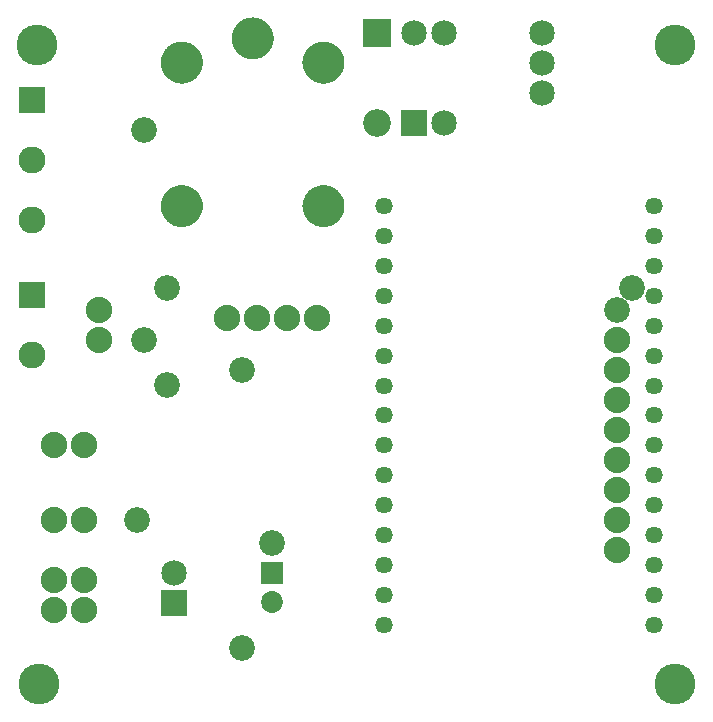
<source format=gts>
G04 MADE WITH FRITZING*
G04 WWW.FRITZING.ORG*
G04 DOUBLE SIDED*
G04 HOLES PLATED*
G04 CONTOUR ON CENTER OF CONTOUR VECTOR*
%ASAXBY*%
%FSLAX23Y23*%
%MOIN*%
%OFA0B0*%
%SFA1.0B1.0*%
%ADD10C,0.057829*%
%ADD11C,0.090000*%
%ADD12C,0.088000*%
%ADD13C,0.092000*%
%ADD14C,0.085000*%
%ADD15C,0.072992*%
%ADD16C,0.085433*%
%ADD17C,0.135984*%
%ADD18R,0.089986X0.090000*%
%ADD19R,0.092000X0.092000*%
%ADD20R,0.090000X0.090000*%
%ADD21R,0.085000X0.085000*%
%ADD22R,0.072992X0.072992*%
%ADD23R,0.001000X0.001000*%
%LNMASK1*%
G90*
G70*
G54D10*
X2178Y1498D03*
X1281Y1698D03*
X1281Y1598D03*
X1281Y1498D03*
X1281Y1398D03*
X1281Y1298D03*
X2178Y1598D03*
X2178Y1698D03*
X2178Y1398D03*
X1281Y1198D03*
X1281Y1098D03*
X1281Y999D03*
X1281Y899D03*
X1281Y799D03*
X1281Y699D03*
X1281Y599D03*
X1281Y499D03*
X1281Y400D03*
X1281Y300D03*
X2178Y999D03*
X2178Y899D03*
X2178Y799D03*
X2178Y699D03*
X2178Y599D03*
X2178Y499D03*
X2178Y400D03*
X2178Y300D03*
X2178Y1298D03*
X2178Y1198D03*
X2178Y1098D03*
G54D11*
X106Y1399D03*
X106Y1199D03*
G54D12*
X331Y1249D03*
X331Y1349D03*
G54D13*
X1256Y2272D03*
X1256Y1974D03*
G54D11*
X106Y1849D03*
X106Y1649D03*
X106Y2049D03*
G54D14*
X1381Y1974D03*
X1381Y2274D03*
X1481Y1974D03*
X1481Y2274D03*
G54D12*
X1056Y1324D03*
X956Y1324D03*
X856Y1324D03*
X756Y1324D03*
G54D14*
X581Y374D03*
X581Y474D03*
G54D12*
X181Y349D03*
X281Y349D03*
X181Y349D03*
X281Y349D03*
X281Y449D03*
X181Y449D03*
X281Y899D03*
X281Y899D03*
X181Y899D03*
X281Y649D03*
X181Y649D03*
X2056Y1249D03*
X2056Y1149D03*
X2056Y1049D03*
X2056Y949D03*
X2056Y849D03*
X2056Y749D03*
X2056Y649D03*
X2056Y549D03*
G54D15*
X906Y474D03*
X906Y376D03*
G54D16*
X806Y224D03*
X806Y1149D03*
X456Y649D03*
X2106Y1424D03*
X906Y574D03*
X2056Y1349D03*
X556Y1099D03*
X481Y1249D03*
X481Y1949D03*
X556Y1424D03*
G54D14*
X1806Y2274D03*
X1806Y2174D03*
X1806Y2074D03*
G54D17*
X2249Y104D03*
X128Y102D03*
X124Y2233D03*
X2251Y2234D03*
G54D18*
X106Y1399D03*
G54D19*
X1256Y2273D03*
G54D20*
X106Y2049D03*
G54D21*
X1381Y1974D03*
X581Y374D03*
G54D22*
X906Y474D03*
G54D23*
X839Y2325D02*
X844Y2325D01*
X830Y2324D02*
X853Y2324D01*
X825Y2323D02*
X858Y2323D01*
X821Y2322D02*
X862Y2322D01*
X819Y2321D02*
X865Y2321D01*
X816Y2320D02*
X867Y2320D01*
X813Y2319D02*
X870Y2319D01*
X811Y2318D02*
X872Y2318D01*
X809Y2317D02*
X874Y2317D01*
X808Y2316D02*
X875Y2316D01*
X806Y2315D02*
X877Y2315D01*
X804Y2314D02*
X879Y2314D01*
X803Y2313D02*
X880Y2313D01*
X801Y2312D02*
X882Y2312D01*
X800Y2311D02*
X883Y2311D01*
X799Y2310D02*
X884Y2310D01*
X797Y2309D02*
X886Y2309D01*
X796Y2308D02*
X887Y2308D01*
X795Y2307D02*
X888Y2307D01*
X794Y2306D02*
X889Y2306D01*
X793Y2305D02*
X890Y2305D01*
X792Y2304D02*
X891Y2304D01*
X791Y2303D02*
X892Y2303D01*
X790Y2302D02*
X893Y2302D01*
X789Y2301D02*
X894Y2301D01*
X788Y2300D02*
X895Y2300D01*
X788Y2299D02*
X895Y2299D01*
X787Y2298D02*
X896Y2298D01*
X786Y2297D02*
X897Y2297D01*
X785Y2296D02*
X898Y2296D01*
X785Y2295D02*
X898Y2295D01*
X784Y2294D02*
X899Y2294D01*
X783Y2293D02*
X900Y2293D01*
X783Y2292D02*
X900Y2292D01*
X782Y2291D02*
X901Y2291D01*
X781Y2290D02*
X902Y2290D01*
X781Y2289D02*
X902Y2289D01*
X780Y2288D02*
X903Y2288D01*
X780Y2287D02*
X903Y2287D01*
X779Y2286D02*
X904Y2286D01*
X779Y2285D02*
X904Y2285D01*
X778Y2284D02*
X905Y2284D01*
X778Y2283D02*
X905Y2283D01*
X777Y2282D02*
X906Y2282D01*
X777Y2281D02*
X906Y2281D01*
X777Y2280D02*
X906Y2280D01*
X776Y2279D02*
X907Y2279D01*
X776Y2278D02*
X907Y2278D01*
X776Y2277D02*
X907Y2277D01*
X775Y2276D02*
X908Y2276D01*
X775Y2275D02*
X908Y2275D01*
X775Y2274D02*
X908Y2274D01*
X775Y2273D02*
X908Y2273D01*
X774Y2272D02*
X909Y2272D01*
X774Y2271D02*
X909Y2271D01*
X774Y2270D02*
X909Y2270D01*
X774Y2269D02*
X909Y2269D01*
X773Y2268D02*
X910Y2268D01*
X773Y2267D02*
X910Y2267D01*
X773Y2266D02*
X910Y2266D01*
X773Y2265D02*
X910Y2265D01*
X773Y2264D02*
X910Y2264D01*
X773Y2263D02*
X910Y2263D01*
X772Y2262D02*
X911Y2262D01*
X772Y2261D02*
X911Y2261D01*
X772Y2260D02*
X911Y2260D01*
X772Y2259D02*
X911Y2259D01*
X772Y2258D02*
X911Y2258D01*
X772Y2257D02*
X911Y2257D01*
X772Y2256D02*
X911Y2256D01*
X772Y2255D02*
X911Y2255D01*
X772Y2254D02*
X911Y2254D01*
X772Y2253D02*
X911Y2253D01*
X772Y2252D02*
X911Y2252D01*
X772Y2251D02*
X911Y2251D01*
X772Y2250D02*
X911Y2250D01*
X772Y2249D02*
X911Y2249D01*
X773Y2248D02*
X911Y2248D01*
X773Y2247D02*
X910Y2247D01*
X773Y2246D02*
X910Y2246D01*
X773Y2245D02*
X910Y2245D01*
X599Y2244D02*
X612Y2244D01*
X773Y2244D02*
X910Y2244D01*
X1071Y2244D02*
X1084Y2244D01*
X592Y2243D02*
X618Y2243D01*
X773Y2243D02*
X910Y2243D01*
X1065Y2243D02*
X1091Y2243D01*
X588Y2242D02*
X623Y2242D01*
X773Y2242D02*
X910Y2242D01*
X1060Y2242D02*
X1095Y2242D01*
X584Y2241D02*
X626Y2241D01*
X774Y2241D02*
X909Y2241D01*
X1057Y2241D02*
X1099Y2241D01*
X582Y2240D02*
X629Y2240D01*
X774Y2240D02*
X909Y2240D01*
X1054Y2240D02*
X1102Y2240D01*
X579Y2239D02*
X632Y2239D01*
X774Y2239D02*
X909Y2239D01*
X1051Y2239D02*
X1104Y2239D01*
X577Y2238D02*
X634Y2238D01*
X774Y2238D02*
X909Y2238D01*
X1049Y2238D02*
X1106Y2238D01*
X575Y2237D02*
X636Y2237D01*
X775Y2237D02*
X908Y2237D01*
X1047Y2237D02*
X1108Y2237D01*
X573Y2236D02*
X638Y2236D01*
X775Y2236D02*
X908Y2236D01*
X1045Y2236D02*
X1110Y2236D01*
X571Y2235D02*
X640Y2235D01*
X775Y2235D02*
X908Y2235D01*
X1043Y2235D02*
X1112Y2235D01*
X569Y2234D02*
X641Y2234D01*
X775Y2234D02*
X908Y2234D01*
X1042Y2234D02*
X1114Y2234D01*
X568Y2233D02*
X643Y2233D01*
X776Y2233D02*
X907Y2233D01*
X1040Y2233D02*
X1115Y2233D01*
X566Y2232D02*
X644Y2232D01*
X776Y2232D02*
X907Y2232D01*
X1039Y2232D02*
X1117Y2232D01*
X565Y2231D02*
X646Y2231D01*
X777Y2231D02*
X907Y2231D01*
X1037Y2231D02*
X1118Y2231D01*
X563Y2230D02*
X647Y2230D01*
X777Y2230D02*
X906Y2230D01*
X1036Y2230D02*
X1120Y2230D01*
X562Y2229D02*
X649Y2229D01*
X777Y2229D02*
X906Y2229D01*
X1035Y2229D02*
X1121Y2229D01*
X561Y2228D02*
X650Y2228D01*
X778Y2228D02*
X905Y2228D01*
X1033Y2228D02*
X1122Y2228D01*
X560Y2227D02*
X651Y2227D01*
X778Y2227D02*
X905Y2227D01*
X1032Y2227D02*
X1123Y2227D01*
X559Y2226D02*
X652Y2226D01*
X779Y2226D02*
X904Y2226D01*
X1031Y2226D02*
X1124Y2226D01*
X558Y2225D02*
X653Y2225D01*
X779Y2225D02*
X904Y2225D01*
X1030Y2225D02*
X1126Y2225D01*
X556Y2224D02*
X654Y2224D01*
X780Y2224D02*
X903Y2224D01*
X1029Y2224D02*
X1127Y2224D01*
X555Y2223D02*
X655Y2223D01*
X780Y2223D02*
X903Y2223D01*
X1028Y2223D02*
X1128Y2223D01*
X555Y2222D02*
X656Y2222D01*
X781Y2222D02*
X902Y2222D01*
X1027Y2222D02*
X1128Y2222D01*
X554Y2221D02*
X657Y2221D01*
X781Y2221D02*
X902Y2221D01*
X1026Y2221D02*
X1129Y2221D01*
X553Y2220D02*
X658Y2220D01*
X782Y2220D02*
X901Y2220D01*
X1025Y2220D02*
X1130Y2220D01*
X552Y2219D02*
X659Y2219D01*
X782Y2219D02*
X901Y2219D01*
X1024Y2219D02*
X1131Y2219D01*
X551Y2218D02*
X659Y2218D01*
X783Y2218D02*
X900Y2218D01*
X1024Y2218D02*
X1132Y2218D01*
X550Y2217D02*
X660Y2217D01*
X784Y2217D02*
X899Y2217D01*
X1023Y2217D02*
X1133Y2217D01*
X550Y2216D02*
X661Y2216D01*
X784Y2216D02*
X899Y2216D01*
X1022Y2216D02*
X1133Y2216D01*
X549Y2215D02*
X662Y2215D01*
X785Y2215D02*
X898Y2215D01*
X1021Y2215D02*
X1134Y2215D01*
X548Y2214D02*
X662Y2214D01*
X786Y2214D02*
X897Y2214D01*
X1021Y2214D02*
X1135Y2214D01*
X548Y2213D02*
X663Y2213D01*
X786Y2213D02*
X897Y2213D01*
X1020Y2213D02*
X1135Y2213D01*
X547Y2212D02*
X664Y2212D01*
X787Y2212D02*
X896Y2212D01*
X1019Y2212D02*
X1136Y2212D01*
X546Y2211D02*
X664Y2211D01*
X788Y2211D02*
X895Y2211D01*
X1019Y2211D02*
X1137Y2211D01*
X546Y2210D02*
X665Y2210D01*
X789Y2210D02*
X894Y2210D01*
X1018Y2210D02*
X1137Y2210D01*
X545Y2209D02*
X666Y2209D01*
X790Y2209D02*
X893Y2209D01*
X1017Y2209D02*
X1138Y2209D01*
X545Y2208D02*
X666Y2208D01*
X791Y2208D02*
X892Y2208D01*
X1017Y2208D02*
X1139Y2208D01*
X544Y2207D02*
X667Y2207D01*
X791Y2207D02*
X892Y2207D01*
X1016Y2207D02*
X1139Y2207D01*
X543Y2206D02*
X667Y2206D01*
X792Y2206D02*
X891Y2206D01*
X1016Y2206D02*
X1140Y2206D01*
X543Y2205D02*
X668Y2205D01*
X793Y2205D02*
X890Y2205D01*
X1015Y2205D02*
X1140Y2205D01*
X542Y2204D02*
X668Y2204D01*
X795Y2204D02*
X889Y2204D01*
X1015Y2204D02*
X1141Y2204D01*
X542Y2203D02*
X669Y2203D01*
X796Y2203D02*
X887Y2203D01*
X1014Y2203D02*
X1141Y2203D01*
X542Y2202D02*
X669Y2202D01*
X797Y2202D02*
X886Y2202D01*
X1014Y2202D02*
X1142Y2202D01*
X541Y2201D02*
X670Y2201D01*
X798Y2201D02*
X885Y2201D01*
X1013Y2201D02*
X1142Y2201D01*
X541Y2200D02*
X670Y2200D01*
X799Y2200D02*
X884Y2200D01*
X1013Y2200D02*
X1142Y2200D01*
X540Y2199D02*
X670Y2199D01*
X801Y2199D02*
X882Y2199D01*
X1013Y2199D02*
X1143Y2199D01*
X540Y2198D02*
X671Y2198D01*
X802Y2198D02*
X881Y2198D01*
X1012Y2198D02*
X1143Y2198D01*
X540Y2197D02*
X671Y2197D01*
X804Y2197D02*
X880Y2197D01*
X1012Y2197D02*
X1143Y2197D01*
X539Y2196D02*
X671Y2196D01*
X805Y2196D02*
X878Y2196D01*
X1012Y2196D02*
X1144Y2196D01*
X539Y2195D02*
X672Y2195D01*
X807Y2195D02*
X876Y2195D01*
X1011Y2195D02*
X1144Y2195D01*
X539Y2194D02*
X672Y2194D01*
X808Y2194D02*
X875Y2194D01*
X1011Y2194D02*
X1144Y2194D01*
X539Y2193D02*
X672Y2193D01*
X810Y2193D02*
X873Y2193D01*
X1011Y2193D02*
X1144Y2193D01*
X538Y2192D02*
X672Y2192D01*
X812Y2192D02*
X871Y2192D01*
X1011Y2192D02*
X1145Y2192D01*
X538Y2191D02*
X673Y2191D01*
X814Y2191D02*
X869Y2191D01*
X1010Y2191D02*
X1145Y2191D01*
X538Y2190D02*
X673Y2190D01*
X817Y2190D02*
X866Y2190D01*
X1010Y2190D02*
X1145Y2190D01*
X538Y2189D02*
X673Y2189D01*
X820Y2189D02*
X863Y2189D01*
X1010Y2189D02*
X1145Y2189D01*
X537Y2188D02*
X673Y2188D01*
X823Y2188D02*
X860Y2188D01*
X1010Y2188D02*
X1146Y2188D01*
X537Y2187D02*
X673Y2187D01*
X827Y2187D02*
X856Y2187D01*
X1010Y2187D02*
X1146Y2187D01*
X537Y2186D02*
X674Y2186D01*
X833Y2186D02*
X850Y2186D01*
X1009Y2186D02*
X1146Y2186D01*
X537Y2185D02*
X674Y2185D01*
X1009Y2185D02*
X1146Y2185D01*
X537Y2184D02*
X674Y2184D01*
X1009Y2184D02*
X1146Y2184D01*
X537Y2183D02*
X674Y2183D01*
X1009Y2183D02*
X1146Y2183D01*
X536Y2182D02*
X674Y2182D01*
X1009Y2182D02*
X1147Y2182D01*
X536Y2181D02*
X674Y2181D01*
X1009Y2181D02*
X1147Y2181D01*
X536Y2180D02*
X674Y2180D01*
X1009Y2180D02*
X1147Y2180D01*
X536Y2179D02*
X675Y2179D01*
X1009Y2179D02*
X1147Y2179D01*
X536Y2178D02*
X675Y2178D01*
X1008Y2178D02*
X1147Y2178D01*
X536Y2177D02*
X675Y2177D01*
X1008Y2177D02*
X1147Y2177D01*
X536Y2176D02*
X675Y2176D01*
X1008Y2176D02*
X1147Y2176D01*
X536Y2175D02*
X675Y2175D01*
X1008Y2175D02*
X1147Y2175D01*
X536Y2174D02*
X675Y2174D01*
X1008Y2174D02*
X1147Y2174D01*
X536Y2173D02*
X675Y2173D01*
X1008Y2173D02*
X1147Y2173D01*
X536Y2172D02*
X675Y2172D01*
X1008Y2172D02*
X1147Y2172D01*
X536Y2171D02*
X675Y2171D01*
X1008Y2171D02*
X1147Y2171D01*
X536Y2170D02*
X675Y2170D01*
X1009Y2170D02*
X1147Y2170D01*
X536Y2169D02*
X674Y2169D01*
X1009Y2169D02*
X1147Y2169D01*
X536Y2168D02*
X674Y2168D01*
X1009Y2168D02*
X1147Y2168D01*
X536Y2167D02*
X674Y2167D01*
X1009Y2167D02*
X1147Y2167D01*
X537Y2166D02*
X674Y2166D01*
X1009Y2166D02*
X1146Y2166D01*
X537Y2165D02*
X674Y2165D01*
X1009Y2165D02*
X1146Y2165D01*
X537Y2164D02*
X674Y2164D01*
X1009Y2164D02*
X1146Y2164D01*
X537Y2163D02*
X674Y2163D01*
X1009Y2163D02*
X1146Y2163D01*
X537Y2162D02*
X673Y2162D01*
X1010Y2162D02*
X1146Y2162D01*
X537Y2161D02*
X673Y2161D01*
X1010Y2161D02*
X1146Y2161D01*
X538Y2160D02*
X673Y2160D01*
X1010Y2160D02*
X1145Y2160D01*
X538Y2159D02*
X673Y2159D01*
X1010Y2159D02*
X1145Y2159D01*
X538Y2158D02*
X673Y2158D01*
X1010Y2158D02*
X1145Y2158D01*
X538Y2157D02*
X672Y2157D01*
X1011Y2157D02*
X1145Y2157D01*
X539Y2156D02*
X672Y2156D01*
X1011Y2156D02*
X1144Y2156D01*
X539Y2155D02*
X672Y2155D01*
X1011Y2155D02*
X1144Y2155D01*
X539Y2154D02*
X672Y2154D01*
X1011Y2154D02*
X1144Y2154D01*
X539Y2153D02*
X671Y2153D01*
X1012Y2153D02*
X1144Y2153D01*
X540Y2152D02*
X671Y2152D01*
X1012Y2152D02*
X1143Y2152D01*
X540Y2151D02*
X671Y2151D01*
X1012Y2151D02*
X1143Y2151D01*
X540Y2150D02*
X670Y2150D01*
X1013Y2150D02*
X1143Y2150D01*
X541Y2149D02*
X670Y2149D01*
X1013Y2149D02*
X1142Y2149D01*
X541Y2148D02*
X670Y2148D01*
X1014Y2148D02*
X1142Y2148D01*
X542Y2147D02*
X669Y2147D01*
X1014Y2147D02*
X1142Y2147D01*
X542Y2146D02*
X669Y2146D01*
X1014Y2146D02*
X1141Y2146D01*
X543Y2145D02*
X668Y2145D01*
X1015Y2145D02*
X1141Y2145D01*
X543Y2144D02*
X668Y2144D01*
X1015Y2144D02*
X1140Y2144D01*
X543Y2143D02*
X667Y2143D01*
X1016Y2143D02*
X1140Y2143D01*
X544Y2142D02*
X667Y2142D01*
X1016Y2142D02*
X1139Y2142D01*
X545Y2141D02*
X666Y2141D01*
X1017Y2141D02*
X1138Y2141D01*
X545Y2140D02*
X666Y2140D01*
X1018Y2140D02*
X1138Y2140D01*
X546Y2139D02*
X665Y2139D01*
X1018Y2139D02*
X1137Y2139D01*
X546Y2138D02*
X664Y2138D01*
X1019Y2138D02*
X1137Y2138D01*
X547Y2137D02*
X664Y2137D01*
X1019Y2137D02*
X1136Y2137D01*
X548Y2136D02*
X663Y2136D01*
X1020Y2136D02*
X1135Y2136D01*
X548Y2135D02*
X662Y2135D01*
X1021Y2135D02*
X1135Y2135D01*
X549Y2134D02*
X662Y2134D01*
X1021Y2134D02*
X1134Y2134D01*
X550Y2133D02*
X661Y2133D01*
X1022Y2133D02*
X1133Y2133D01*
X550Y2132D02*
X660Y2132D01*
X1023Y2132D02*
X1133Y2132D01*
X551Y2131D02*
X659Y2131D01*
X1024Y2131D02*
X1132Y2131D01*
X552Y2130D02*
X659Y2130D01*
X1024Y2130D02*
X1131Y2130D01*
X553Y2129D02*
X658Y2129D01*
X1025Y2129D02*
X1130Y2129D01*
X554Y2128D02*
X657Y2128D01*
X1026Y2128D02*
X1129Y2128D01*
X555Y2127D02*
X656Y2127D01*
X1027Y2127D02*
X1128Y2127D01*
X556Y2126D02*
X655Y2126D01*
X1028Y2126D02*
X1128Y2126D01*
X556Y2125D02*
X654Y2125D01*
X1029Y2125D02*
X1127Y2125D01*
X558Y2124D02*
X653Y2124D01*
X1030Y2124D02*
X1125Y2124D01*
X559Y2123D02*
X652Y2123D01*
X1031Y2123D02*
X1124Y2123D01*
X560Y2122D02*
X651Y2122D01*
X1032Y2122D02*
X1123Y2122D01*
X561Y2121D02*
X650Y2121D01*
X1033Y2121D02*
X1122Y2121D01*
X562Y2120D02*
X648Y2120D01*
X1035Y2120D02*
X1121Y2120D01*
X564Y2119D02*
X647Y2119D01*
X1036Y2119D02*
X1119Y2119D01*
X565Y2118D02*
X646Y2118D01*
X1037Y2118D02*
X1118Y2118D01*
X566Y2117D02*
X644Y2117D01*
X1039Y2117D02*
X1117Y2117D01*
X568Y2116D02*
X643Y2116D01*
X1040Y2116D02*
X1115Y2116D01*
X569Y2115D02*
X641Y2115D01*
X1042Y2115D02*
X1114Y2115D01*
X571Y2114D02*
X640Y2114D01*
X1043Y2114D02*
X1112Y2114D01*
X573Y2113D02*
X638Y2113D01*
X1045Y2113D02*
X1110Y2113D01*
X575Y2112D02*
X636Y2112D01*
X1047Y2112D02*
X1108Y2112D01*
X577Y2111D02*
X634Y2111D01*
X1049Y2111D02*
X1106Y2111D01*
X579Y2110D02*
X632Y2110D01*
X1051Y2110D02*
X1104Y2110D01*
X582Y2109D02*
X629Y2109D01*
X1054Y2109D02*
X1101Y2109D01*
X584Y2108D02*
X626Y2108D01*
X1057Y2108D02*
X1099Y2108D01*
X588Y2107D02*
X622Y2107D01*
X1061Y2107D02*
X1095Y2107D01*
X593Y2106D02*
X618Y2106D01*
X1065Y2106D02*
X1091Y2106D01*
X599Y2105D02*
X612Y2105D01*
X1071Y2105D02*
X1084Y2105D01*
X603Y1766D02*
X608Y1766D01*
X1075Y1766D02*
X1080Y1766D01*
X594Y1765D02*
X617Y1765D01*
X1067Y1765D02*
X1089Y1765D01*
X589Y1764D02*
X621Y1764D01*
X1062Y1764D02*
X1094Y1764D01*
X585Y1763D02*
X625Y1763D01*
X1058Y1763D02*
X1098Y1763D01*
X582Y1762D02*
X628Y1762D01*
X1055Y1762D02*
X1101Y1762D01*
X580Y1761D02*
X631Y1761D01*
X1052Y1761D02*
X1103Y1761D01*
X577Y1760D02*
X633Y1760D01*
X1050Y1760D02*
X1106Y1760D01*
X575Y1759D02*
X635Y1759D01*
X1048Y1759D02*
X1108Y1759D01*
X573Y1758D02*
X637Y1758D01*
X1046Y1758D02*
X1110Y1758D01*
X571Y1757D02*
X639Y1757D01*
X1044Y1757D02*
X1112Y1757D01*
X570Y1756D02*
X641Y1756D01*
X1042Y1756D02*
X1113Y1756D01*
X568Y1755D02*
X642Y1755D01*
X1041Y1755D02*
X1115Y1755D01*
X567Y1754D02*
X644Y1754D01*
X1039Y1754D02*
X1116Y1754D01*
X565Y1753D02*
X645Y1753D01*
X1038Y1753D02*
X1118Y1753D01*
X564Y1752D02*
X647Y1752D01*
X1036Y1752D02*
X1119Y1752D01*
X563Y1751D02*
X648Y1751D01*
X1035Y1751D02*
X1120Y1751D01*
X561Y1750D02*
X649Y1750D01*
X1034Y1750D02*
X1122Y1750D01*
X560Y1749D02*
X651Y1749D01*
X1032Y1749D02*
X1123Y1749D01*
X559Y1748D02*
X652Y1748D01*
X1031Y1748D02*
X1124Y1748D01*
X558Y1747D02*
X653Y1747D01*
X1030Y1747D02*
X1125Y1747D01*
X557Y1746D02*
X654Y1746D01*
X1029Y1746D02*
X1126Y1746D01*
X556Y1745D02*
X655Y1745D01*
X1028Y1745D02*
X1127Y1745D01*
X555Y1744D02*
X656Y1744D01*
X1027Y1744D02*
X1128Y1744D01*
X554Y1743D02*
X657Y1743D01*
X1026Y1743D02*
X1129Y1743D01*
X553Y1742D02*
X658Y1742D01*
X1025Y1742D02*
X1130Y1742D01*
X552Y1741D02*
X658Y1741D01*
X1025Y1741D02*
X1131Y1741D01*
X551Y1740D02*
X659Y1740D01*
X1024Y1740D02*
X1132Y1740D01*
X551Y1739D02*
X660Y1739D01*
X1023Y1739D02*
X1132Y1739D01*
X550Y1738D02*
X661Y1738D01*
X1022Y1738D02*
X1133Y1738D01*
X549Y1737D02*
X661Y1737D01*
X1022Y1737D02*
X1134Y1737D01*
X548Y1736D02*
X662Y1736D01*
X1021Y1736D02*
X1135Y1736D01*
X548Y1735D02*
X663Y1735D01*
X1020Y1735D02*
X1135Y1735D01*
X547Y1734D02*
X664Y1734D01*
X1020Y1734D02*
X1136Y1734D01*
X547Y1733D02*
X664Y1733D01*
X1019Y1733D02*
X1136Y1733D01*
X546Y1732D02*
X665Y1732D01*
X1018Y1732D02*
X1137Y1732D01*
X545Y1731D02*
X665Y1731D01*
X1018Y1731D02*
X1138Y1731D01*
X545Y1730D02*
X666Y1730D01*
X1017Y1730D02*
X1138Y1730D01*
X544Y1729D02*
X667Y1729D01*
X1016Y1729D02*
X1139Y1729D01*
X544Y1728D02*
X667Y1728D01*
X1016Y1728D02*
X1139Y1728D01*
X543Y1727D02*
X668Y1727D01*
X1016Y1727D02*
X1140Y1727D01*
X543Y1726D02*
X668Y1726D01*
X1015Y1726D02*
X1140Y1726D01*
X542Y1725D02*
X669Y1725D01*
X1015Y1725D02*
X1141Y1725D01*
X542Y1724D02*
X669Y1724D01*
X1014Y1724D02*
X1141Y1724D01*
X541Y1723D02*
X669Y1723D01*
X1014Y1723D02*
X1142Y1723D01*
X541Y1722D02*
X670Y1722D01*
X1013Y1722D02*
X1142Y1722D01*
X541Y1721D02*
X670Y1721D01*
X1013Y1721D02*
X1143Y1721D01*
X540Y1720D02*
X671Y1720D01*
X1013Y1720D02*
X1143Y1720D01*
X540Y1719D02*
X671Y1719D01*
X1012Y1719D02*
X1143Y1719D01*
X539Y1718D02*
X671Y1718D01*
X1012Y1718D02*
X1144Y1718D01*
X539Y1717D02*
X672Y1717D01*
X1012Y1717D02*
X1144Y1717D01*
X539Y1716D02*
X672Y1716D01*
X1011Y1716D02*
X1144Y1716D01*
X539Y1715D02*
X672Y1715D01*
X1011Y1715D02*
X1144Y1715D01*
X538Y1714D02*
X672Y1714D01*
X1011Y1714D02*
X1145Y1714D01*
X538Y1713D02*
X673Y1713D01*
X1010Y1713D02*
X1145Y1713D01*
X538Y1712D02*
X673Y1712D01*
X1010Y1712D02*
X1145Y1712D01*
X538Y1711D02*
X673Y1711D01*
X1010Y1711D02*
X1145Y1711D01*
X537Y1710D02*
X673Y1710D01*
X1010Y1710D02*
X1146Y1710D01*
X537Y1709D02*
X673Y1709D01*
X1010Y1709D02*
X1146Y1709D01*
X537Y1708D02*
X674Y1708D01*
X1009Y1708D02*
X1146Y1708D01*
X537Y1707D02*
X674Y1707D01*
X1009Y1707D02*
X1146Y1707D01*
X537Y1706D02*
X674Y1706D01*
X1009Y1706D02*
X1146Y1706D01*
X537Y1705D02*
X674Y1705D01*
X1009Y1705D02*
X1146Y1705D01*
X536Y1704D02*
X674Y1704D01*
X1009Y1704D02*
X1147Y1704D01*
X536Y1703D02*
X674Y1703D01*
X1009Y1703D02*
X1147Y1703D01*
X536Y1702D02*
X674Y1702D01*
X1009Y1702D02*
X1147Y1702D01*
X536Y1701D02*
X674Y1701D01*
X1009Y1701D02*
X1147Y1701D01*
X536Y1700D02*
X675Y1700D01*
X1008Y1700D02*
X1147Y1700D01*
X536Y1699D02*
X675Y1699D01*
X1008Y1699D02*
X1147Y1699D01*
X536Y1698D02*
X675Y1698D01*
X1008Y1698D02*
X1147Y1698D01*
X536Y1697D02*
X675Y1697D01*
X1008Y1697D02*
X1147Y1697D01*
X536Y1696D02*
X675Y1696D01*
X1008Y1696D02*
X1147Y1696D01*
X536Y1695D02*
X675Y1695D01*
X1008Y1695D02*
X1147Y1695D01*
X536Y1694D02*
X675Y1694D01*
X1008Y1694D02*
X1147Y1694D01*
X536Y1693D02*
X675Y1693D01*
X1008Y1693D02*
X1147Y1693D01*
X536Y1692D02*
X675Y1692D01*
X1009Y1692D02*
X1147Y1692D01*
X536Y1691D02*
X674Y1691D01*
X1009Y1691D02*
X1147Y1691D01*
X536Y1690D02*
X674Y1690D01*
X1009Y1690D02*
X1147Y1690D01*
X536Y1689D02*
X674Y1689D01*
X1009Y1689D02*
X1147Y1689D01*
X537Y1688D02*
X674Y1688D01*
X1009Y1688D02*
X1147Y1688D01*
X537Y1687D02*
X674Y1687D01*
X1009Y1687D02*
X1146Y1687D01*
X537Y1686D02*
X674Y1686D01*
X1009Y1686D02*
X1146Y1686D01*
X537Y1685D02*
X674Y1685D01*
X1009Y1685D02*
X1146Y1685D01*
X537Y1684D02*
X674Y1684D01*
X1010Y1684D02*
X1146Y1684D01*
X537Y1683D02*
X673Y1683D01*
X1010Y1683D02*
X1146Y1683D01*
X537Y1682D02*
X673Y1682D01*
X1010Y1682D02*
X1146Y1682D01*
X538Y1681D02*
X673Y1681D01*
X1010Y1681D02*
X1145Y1681D01*
X538Y1680D02*
X673Y1680D01*
X1010Y1680D02*
X1145Y1680D01*
X538Y1679D02*
X672Y1679D01*
X1011Y1679D02*
X1145Y1679D01*
X538Y1678D02*
X672Y1678D01*
X1011Y1678D02*
X1145Y1678D01*
X539Y1677D02*
X672Y1677D01*
X1011Y1677D02*
X1144Y1677D01*
X539Y1676D02*
X672Y1676D01*
X1011Y1676D02*
X1144Y1676D01*
X539Y1675D02*
X671Y1675D01*
X1012Y1675D02*
X1144Y1675D01*
X540Y1674D02*
X671Y1674D01*
X1012Y1674D02*
X1143Y1674D01*
X540Y1673D02*
X671Y1673D01*
X1012Y1673D02*
X1143Y1673D01*
X540Y1672D02*
X670Y1672D01*
X1013Y1672D02*
X1143Y1672D01*
X541Y1671D02*
X670Y1671D01*
X1013Y1671D02*
X1142Y1671D01*
X541Y1670D02*
X670Y1670D01*
X1013Y1670D02*
X1142Y1670D01*
X541Y1669D02*
X669Y1669D01*
X1014Y1669D02*
X1142Y1669D01*
X542Y1668D02*
X669Y1668D01*
X1014Y1668D02*
X1141Y1668D01*
X542Y1667D02*
X668Y1667D01*
X1015Y1667D02*
X1141Y1667D01*
X543Y1666D02*
X668Y1666D01*
X1015Y1666D02*
X1140Y1666D01*
X543Y1665D02*
X667Y1665D01*
X1016Y1665D02*
X1140Y1665D01*
X544Y1664D02*
X667Y1664D01*
X1016Y1664D02*
X1139Y1664D01*
X544Y1663D02*
X666Y1663D01*
X1017Y1663D02*
X1139Y1663D01*
X545Y1662D02*
X666Y1662D01*
X1017Y1662D02*
X1138Y1662D01*
X546Y1661D02*
X665Y1661D01*
X1018Y1661D02*
X1137Y1661D01*
X546Y1660D02*
X664Y1660D01*
X1019Y1660D02*
X1137Y1660D01*
X547Y1659D02*
X664Y1659D01*
X1019Y1659D02*
X1136Y1659D01*
X547Y1658D02*
X663Y1658D01*
X1020Y1658D02*
X1136Y1658D01*
X548Y1657D02*
X663Y1657D01*
X1020Y1657D02*
X1135Y1657D01*
X549Y1656D02*
X662Y1656D01*
X1021Y1656D02*
X1134Y1656D01*
X550Y1655D02*
X661Y1655D01*
X1022Y1655D02*
X1133Y1655D01*
X550Y1654D02*
X660Y1654D01*
X1023Y1654D02*
X1133Y1654D01*
X551Y1653D02*
X660Y1653D01*
X1023Y1653D02*
X1132Y1653D01*
X552Y1652D02*
X659Y1652D01*
X1024Y1652D02*
X1131Y1652D01*
X553Y1651D02*
X658Y1651D01*
X1025Y1651D02*
X1130Y1651D01*
X553Y1650D02*
X657Y1650D01*
X1026Y1650D02*
X1130Y1650D01*
X554Y1649D02*
X656Y1649D01*
X1027Y1649D02*
X1129Y1649D01*
X555Y1648D02*
X655Y1648D01*
X1028Y1648D02*
X1128Y1648D01*
X556Y1647D02*
X655Y1647D01*
X1029Y1647D02*
X1127Y1647D01*
X557Y1646D02*
X653Y1646D01*
X1030Y1646D02*
X1126Y1646D01*
X558Y1645D02*
X652Y1645D01*
X1031Y1645D02*
X1125Y1645D01*
X559Y1644D02*
X651Y1644D01*
X1032Y1644D02*
X1124Y1644D01*
X561Y1643D02*
X650Y1643D01*
X1033Y1643D02*
X1122Y1643D01*
X562Y1642D02*
X649Y1642D01*
X1034Y1642D02*
X1121Y1642D01*
X563Y1641D02*
X648Y1641D01*
X1036Y1641D02*
X1120Y1641D01*
X564Y1640D02*
X646Y1640D01*
X1037Y1640D02*
X1119Y1640D01*
X566Y1639D02*
X645Y1639D01*
X1038Y1639D02*
X1117Y1639D01*
X567Y1638D02*
X643Y1638D01*
X1040Y1638D02*
X1116Y1638D01*
X569Y1637D02*
X642Y1637D01*
X1041Y1637D02*
X1114Y1637D01*
X571Y1636D02*
X640Y1636D01*
X1043Y1636D02*
X1112Y1636D01*
X572Y1635D02*
X638Y1635D01*
X1045Y1635D02*
X1111Y1635D01*
X574Y1634D02*
X637Y1634D01*
X1046Y1634D02*
X1109Y1634D01*
X576Y1633D02*
X635Y1633D01*
X1048Y1633D02*
X1107Y1633D01*
X578Y1632D02*
X633Y1632D01*
X1051Y1632D02*
X1105Y1632D01*
X581Y1631D02*
X630Y1631D01*
X1053Y1631D02*
X1102Y1631D01*
X584Y1630D02*
X627Y1630D01*
X1056Y1630D02*
X1099Y1630D01*
X587Y1629D02*
X624Y1629D01*
X1059Y1629D02*
X1096Y1629D01*
X591Y1628D02*
X620Y1628D01*
X1063Y1628D02*
X1092Y1628D01*
X597Y1627D02*
X614Y1627D01*
X1069Y1627D02*
X1086Y1627D01*
D02*
G04 End of Mask1*
M02*
</source>
